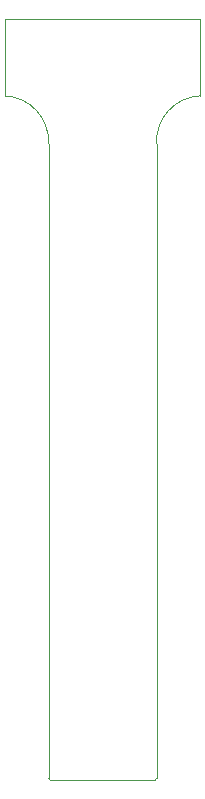
<source format=gko>
G04*
G04 #@! TF.GenerationSoftware,Altium Limited,Altium Designer,22.10.1 (41)*
G04*
G04 Layer_Color=16720538*
%FSLAX25Y25*%
%MOIN*%
G70*
G04*
G04 #@! TF.SameCoordinates,08FE9C07-7630-47CA-AEBB-85BF9774B597*
G04*
G04*
G04 #@! TF.FilePolarity,Positive*
G04*
G01*
G75*
%ADD20C,0.00100*%
D20*
X-501Y0D02*
G03*
X0Y-501I501J0D01*
G01*
X35000D02*
G03*
X35502Y0I0J501D01*
G01*
X50000Y227500D02*
G03*
X35500Y211500I750J-15250D01*
G01*
X-500D02*
G03*
X-15000Y227500I-15250J750D01*
G01*
X0Y-501D02*
X35000D01*
X35500Y211500D02*
X35502Y0D01*
X50000Y227500D02*
Y253000D01*
X-15000D02*
X50000D01*
X-15000Y227500D02*
Y253000D01*
X-501Y211500D02*
X-500D01*
X-501D02*
X-501Y0D01*
M02*

</source>
